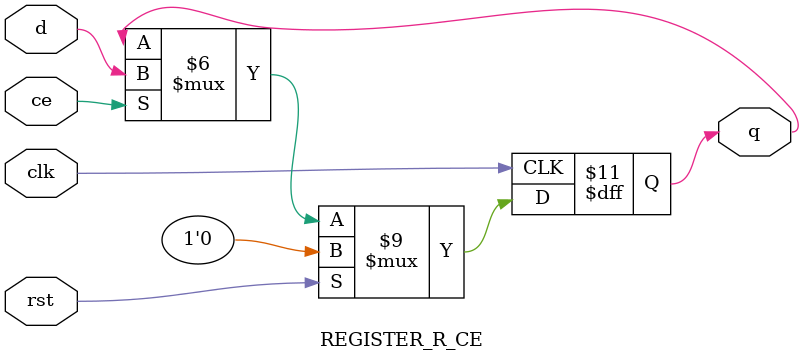
<source format=sv>
module REGISTER(q, d, clk);
    
parameter N = 1;
input [N-1:0] d;
input clk;
output reg [N-1:0] q = {N{1'b0}};

always @(posedge clk) q <= d;

endmodule


/**
 * On the rising clock edge if clock enable (ce) is 0 then the register is
 * disabled (it's state will not be changed).
 */
 module REGISTER_CE(q, d, ce, clk);

 parameter N = 1;

 input [N-1:0] d;
 input ce;
 input clk;
 output reg [N-1:0] q = {N{1'b0}};

 always @(posedge clk) begin
     if (ce == 1)
         q <= d;
     else
         q <= q;
end

endmodule


/**
 * On the rising clock edge if reset (rst) is 1 then the state is set to the
 * value of INIT. Default INIT value is all 0's.
 */
module REGISTER_R(q, d, rst, clk);

parameter N = 1;
parameter [N-1:0] INIT = {N{1'b0}};

input [N-1:0] d;
input rst;
input clk;
output reg [N-1:0] q = INIT;

always @(posedge clk) begin
    if (rst == 1)
        q <= INIT;
    else
        q <= d;
end

endmodule

/**
 * Reset (rst) has priority over clock enable (ce).
 */
module REGISTER_R_CE(q, d, rst, ce, clk);

parameter N = 1;
parameter INIT = {N{1'b0}};

input [N-1:0] d;
input rst;
input ce;
input clk;
output reg [N-1:0] q = INIT;

always @(posedge clk) begin
    if (rst == 1)
        q <= INIT;
    else if (ce == 1)
        q <= d;
    else
        q <= q;
end

endmodule


</source>
